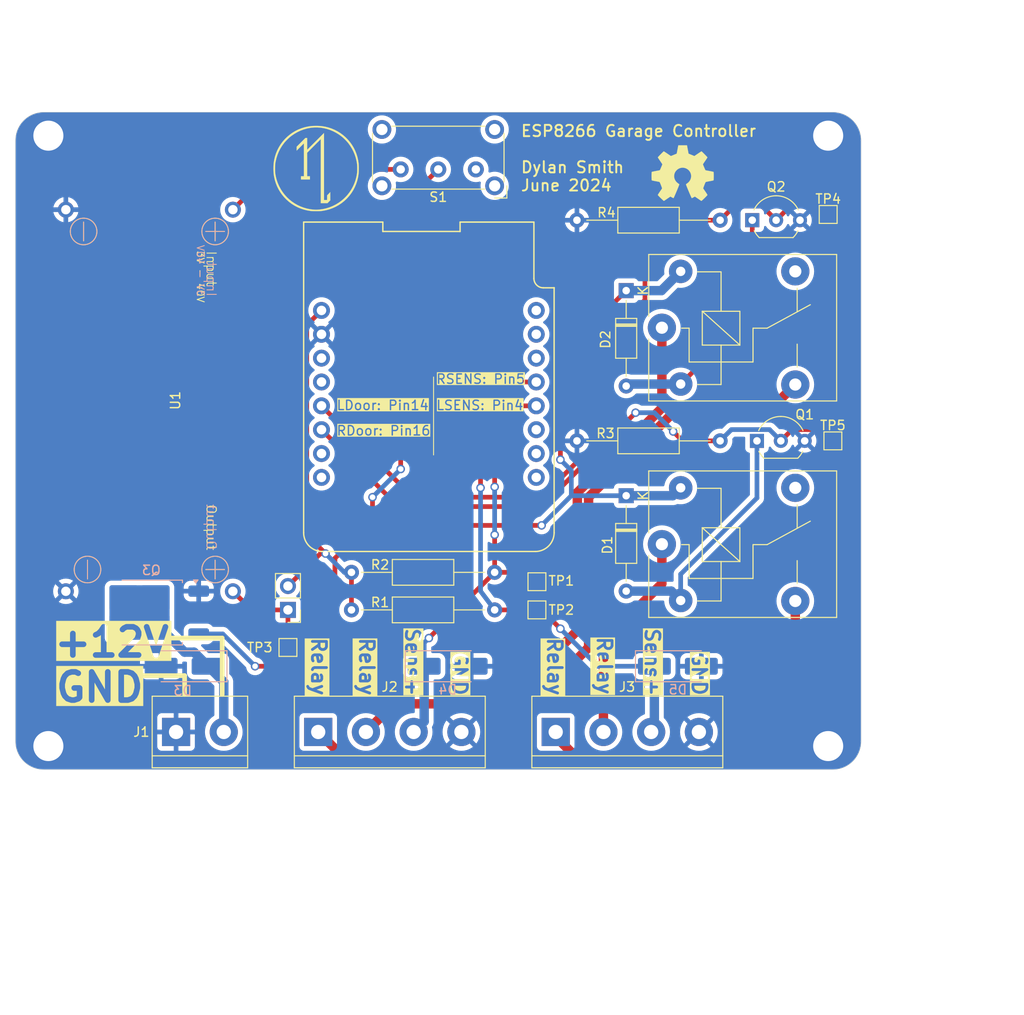
<source format=kicad_pcb>
(kicad_pcb (version 20221018) (generator pcbnew)
  (layers (0 "F.Cu" signal) (31 "B.Cu" signal) (34 "B.Paste" user) (35 "F.Paste" user) (36 "B.SilkS" user "B.Silkscreen") (37 "F.SilkS" user "F.Silkscreen") (38 "B.Mask" user) (39 "F.Mask" user) (44 "Edge.Cuts" user))
  (net 0 "")
  (net 1 "+12V")
  (net 2 "Net-(D1-A)")
  (net 3 "Net-(D2-A)")
  (net 4 "Earth")
  (net 5 "LEFT_SENSOR")
  (net 6 "RIGHT_SENSOR")
  (net 7 "LBUT_NO")
  (net 8 "LBUT_COM")
  (net 9 "RBUT_NO")
  (net 10 "RBUT_COM")
  (net 11 "Net-(JP1-A)")
  (net 12 "+5V")
  (net 13 "Net-(Q1-G)")
  (net 14 "Net-(Q2-G)")
  (net 16 "Net-(S1-A)")
  (net 19 "Net-(D3-A1)")
  (footprint "TestPoint:TestPoint_Pad_1.5x1.5mm" (layer "F.Cu") (at 80.5 75)
    (fp_text reference "TP1" (at 2.6 -0.1) (layer "F.SilkS"))
    (fp_text value "TestPoint")
    (pad "1" smd rect (at 0 0) (size 1.5 1.5) (layers "F.Cu" "F.Mask") (net 5 "LEFT_SENSOR"))
  )
  (footprint "MountingHole:MountingHole_3.2mm_M3" (layer "F.Cu") (at 111.5 92.5)
    (fp_text reference "H2" hide)
    (fp_text value "MountingHole")
    (pad "" np_thru_hole circle locked (at 0 0) (size 3.2 3.2) (drill 3.2) (layers "*.Cu" "*.Mask"))
  )
  (footprint "TestPoint:TestPoint_Pad_1.5x1.5mm" (layer "F.Cu") (at 54 82)
    (fp_text reference "TP3" (at -3 0) (layer "F.SilkS"))
    (fp_text value "TestPoint")
    (pad "1" smd rect (at 0 0) (size 1.5 1.5) (layers "F.Cu" "F.Mask") (net 11 "Net-(JP1-A)"))
  )
  (footprint "Package_TO_SOT_THT:TO-92_Inline_Wide" (layer "F.Cu") (at 103.92 60)
    (fp_text reference "Q1" (at 5.08 -2.8) (layer "F.SilkS"))
    (fp_text value "BS170-D26Z")
    (pad "1" thru_hole rect (at 0 0) (size 1.5 1.5) (drill 0.8) (layers "*.Cu" "*.Mask") (net 2 "Net-(D1-A)"))
    (pad "2" thru_hole circle (at 2.54 0) (size 1.5 1.5) (drill 0.8) (layers "*.Cu" "*.Mask") (net 13 "Net-(Q1-G)"))
    (pad "3" thru_hole circle (at 5.08 0) (size 1.5 1.5) (drill 0.8) (layers "*.Cu" "*.Mask") (net 4 "Earth"))
  )
  (footprint "Diode_THT:D_DO-35_SOD27_P10.16mm_Horizontal" (layer "F.Cu") (at 90 65.84 -90)
    (fp_text reference "D1" (at 5.26 2 90) (layer "F.SilkS"))
    (fp_text value "1N4148TR")
    (fp_text user "K" (at 0 -1.8 -90) (layer "F.SilkS"))
    (pad "1" thru_hole rect (at 0 0 270) (size 1.6 1.6) (drill 0.8) (layers "*.Cu" "*.Mask") (net 1 "+12V"))
    (pad "2" thru_hole oval (at 10.16 0 270) (size 1.6 1.6) (drill 0.8) (layers "*.Cu" "*.Mask") (net 2 "Net-(D1-A)"))
  )
  (footprint "TestPoint:TestPoint_Pad_1.5x1.5mm" (layer "F.Cu") (at 112 60)
    (fp_text reference "TP5" (at 0 -1.648) (layer "F.SilkS"))
    (fp_text value "TestPoint")
    (pad "1" smd rect (at 0 0) (size 1.5 1.5) (layers "F.Cu" "F.Mask") (net 13 "Net-(Q1-G)"))
  )
  (footprint "Resistor_THT:R_Axial_DIN0207_L6.3mm_D2.5mm_P15.24mm_Horizontal" (layer "F.Cu") (at 60.76 74)
    (fp_text reference "R2" (at 3.04 -0.8) (layer "F.SilkS"))
    (fp_text value "100k")
    (pad "1" thru_hole circle (at 0 0) (size 1.6 1.6) (drill 0.8) (layers "*.Cu" "*.Mask") (net 12 "+5V"))
    (pad "2" thru_hole oval (at 15.24 0) (size 1.6 1.6) (drill 0.8) (layers "*.Cu" "*.Mask") (net 5 "LEFT_SENSOR"))
  )
  (footprint "Resistor_THT:R_Axial_DIN0207_L6.3mm_D2.5mm_P15.24mm_Horizontal" (layer "F.Cu") (at 100 60 180)
    (fp_text reference "R3" (at 12.2 0.8) (layer "F.SilkS"))
    (fp_text value "100k")
    (pad "1" thru_hole circle (at 0 0 180) (size 1.6 1.6) (drill 0.8) (layers "*.Cu" "*.Mask") (net 13 "Net-(Q1-G)"))
    (pad "2" thru_hole oval (at 15.24 0 180) (size 1.6 1.6) (drill 0.8) (layers "*.Cu" "*.Mask") (net 4 "Earth"))
  )
  (footprint "MountingHole:MountingHole_3.2mm_M3" (layer "F.Cu") (at 28.5 27.5)
    (fp_text reference "H3" hide)
    (fp_text value "MountingHole")
    (pad "" np_thru_hole circle locked (at 0 0) (size 3.2 3.2) (drill 3.2) (layers "*.Cu" "*.Mask"))
  )
  (footprint "TestPoint:TestPoint_Pad_1.5x1.5mm" (layer "F.Cu") (at 80.5 78)
    (fp_text reference "TP2" (at 2.6 0) (layer "F.SilkS"))
    (fp_text value "TestPoint")
    (pad "1" smd rect (at 0 0) (size 1.5 1.5) (layers "F.Cu" "F.Mask") (net 6 "RIGHT_SENSOR"))
  )
  (footprint "TerminalBlock:TerminalBlock_bornier-2_P5.08mm" (layer "F.Cu") (at 42.09 91)
    (fp_text reference "J1" (at -3.69 0) (layer "F.SilkS"))
    (fp_text value "1935161.0")
    (pad "1" thru_hole rect locked (at 0 0) (size 3 3) (drill 1.52) (layers "*.Cu" "*.Mask") (net 4 "Earth"))
    (pad "2" thru_hole circle locked (at 5.08 0) (size 3 3) (drill 1.52) (layers "*.Cu" "*.Mask") (net 19 "Net-(D3-A1)"))
  )
  (footprint "000-Footprints:Relay_SPDT_Songle" (layer "F.Cu") (at 101.9 47.95)
    (fp_text reference "K2" hide)
    (fp_text value "SRD-12VDC-SL-C")
    (pad "1" thru_hole circle (at -8.1 0 90) (size 3 3) (drill 1.3) (layers "*.Cu" "*.Mask") (net 8 "LBUT_COM"))
    (pad "2" thru_hole circle (at -6.1 6 90) (size 2.5 2.5) (drill 1) (layers "*.Cu" "*.Mask") (net 3 "Net-(D2-A)"))
    (pad "3" thru_hole circle (at 6.1 6.05 90) (size 3 3) (drill 1.3) (layers "*.Cu" "*.Mask") (net 7 "LBUT_NO"))
    (pad "4" thru_hole circle (at 6.1 -6 90) (size 3 3) (drill 1.3) (layers "*.Cu" "*.Mask"))
    (pad "5" thru_hole circle (at -6.1 -6 90) (size 2.5 2.5) (drill 1) (layers "*.Cu" "*.Mask") (net 1 "+12V"))
  )
  (footprint "TerminalBlock:TerminalBlock_bornier-4_P5.08mm" (layer "F.Cu") (at 57.22 91)
    (fp_text reference "J2" (at 7.6 -4.8) (layer "F.SilkS"))
    (fp_text value "EB21A-04-C")
    (pad "1" thru_hole rect locked (at 0 0) (size 3 3) (drill 1.52) (layers "*.Cu" "*.Mask") (net 7 "LBUT_NO"))
    (pad "2" thru_hole circle locked (at 5.08 0) (size 3 3) (drill 1.52) (layers "*.Cu" "*.Mask") (net 8 "LBUT_COM"))
    (pad "3" thru_hole circle locked (at 10.16 0) (size 3 3) (drill 1.52) (layers "*.Cu" "*.Mask") (net 5 "LEFT_SENSOR"))
    (pad "4" thru_hole circle locked (at 15.24 0) (size 3 3) (drill 1.52) (layers "*.Cu" "*.Mask") (net 4 "Earth"))
  )
  (footprint "TestPoint:TestPoint_Pad_1.5x1.5mm" (layer "F.Cu") (at 111.5 35.89)
    (fp_text reference "TP4" (at 0 -1.648) (layer "F.SilkS"))
    (fp_text value "TestPoint")
    (pad "1" smd rect (at 0 0) (size 1.5 1.5) (layers "F.Cu" "F.Mask") (net 14 "Net-(Q2-G)"))
  )
  (footprint "Diode_THT:D_DO-35_SOD27_P10.16mm_Horizontal" (layer "F.Cu") (at 90 44 -90)
    (fp_text reference "D2" (at 5.2 2.2 90) (layer "F.SilkS"))
    (fp_text value "1N4148TR")
    (fp_text user "K" (at 0 -1.8 -90) (layer "F.SilkS"))
    (pad "1" thru_hole rect (at 0 0 270) (size 1.6 1.6) (drill 0.8) (layers "*.Cu" "*.Mask") (net 1 "+12V"))
    (pad "2" thru_hole oval (at 10.16 0 270) (size 1.6 1.6) (drill 0.8) (layers "*.Cu" "*.Mask") (net 3 "Net-(D2-A)"))
  )
  (footprint "Symbol:OSHW-Symbol_6.7x6mm_SilkScreen" (layer "F.Cu") (at 96 31.5)
    (fp_text reference "REF**" hide)
    (fp_text value "OSHW-Symbol_6.7x6mm_SilkScreen" hide)
  )
  (footprint "000-Footprints:Relay_SPDT_Songle" (layer "F.Cu") (at 101.9 71)
    (fp_text reference "K1" hide)
    (fp_text value "SRD-12VDC-SL-C")
    (pad "1" thru_hole circle (at -8.1 0 90) (size 3 3) (drill 1.3) (layers "*.Cu" "*.Mask") (net 10 "RBUT_COM"))
    (pad "2" thru_hole circle (at -6.1 6 90) (size 2.5 2.5) (drill 1) (layers "*.Cu" "*.Mask") (net 2 "Net-(D1-A)"))
    (pad "3" thru_hole circle (at 6.1 6.05 90) (size 3 3) (drill 1.3) (layers "*.Cu" "*.Mask") (net 9 "RBUT_NO"))
    (pad "4" thru_hole circle (at 6.1 -6 90) (size 3 3) (drill 1.3) (layers "*.Cu" "*.Mask"))
    (pad "5" thru_hole circle (at -6.1 -6 90) (size 2.5 2.5) (drill 1) (layers "*.Cu" "*.Mask") (net 1 "+12V"))
  )
  (footprint "Resistor_THT:R_Axial_DIN0207_L6.3mm_D2.5mm_P15.24mm_Horizontal" (layer "F.Cu") (at 60.76 78)
    (fp_text reference "R1" (at 3.04 -0.8) (layer "F.SilkS"))
    (fp_text value "100k")
    (pad "1" thru_hole circle (at 0 0) (size 1.6 1.6) (drill 0.8) (layers "*.Cu" "*.Mask") (net 12 "+5V"))
    (pad "2" thru_hole oval (at 15.24 0) (size 1.6 1.6) (drill 0.8) (layers "*.Cu" "*.Mask") (net 6 "RIGHT_SENSOR"))
  )
  (footprint "Graphics:Nlogo_10mm_x_10mm" (layer "F.Cu") (at 57 31)
    (fp_text reference "G***" hide)
    (fp_text value "LOGO" hide)
  )
  (footprint "TerminalBlock:TerminalBlock_bornier-4_P5.08mm" (layer "F.Cu") (at 82.5 91)
    (fp_text reference "J3" (at 7.6 -4.8) (layer "F.SilkS"))
    (fp_text value "EB21A-04-C")
    (pad "1" thru_hole rect locked (at 0 0) (size 3 3) (drill 1.52) (layers "*.Cu" "*.Mask") (net 9 "RBUT_NO"))
    (pad "2" thru_hole circle locked (at 5.08 0) (size 3 3) (drill 1.52) (layers "*.Cu" "*.Mask") (net 10 "RBUT_COM"))
    (pad "3" thru_hole circle locked (at 10.16 0) (size 3 3) (drill 1.52) (layers "*.Cu" "*.Mask") (net 6 "RIGHT_SENSOR"))
    (pad "4" thru_hole circle locked (at 15.24 0) (size 3 3) (drill 1.52) (layers "*.Cu" "*.Mask") (net 4 "Earth"))
  )
  (footprint "000-Footprints:LM2596Module" (layer "F.Cu") (at 39.25 55.7 -90)
    (fp_text reference "U1" (at 0 -2.77 90) (layer "F.SilkS"))
    (fp_text value "LM2596")
    (fp_text user "3V - 40V" (at -11 -5 -90 unlocked) (layer "B.SilkS") (effects (font (size 0.75 0.75) (thickness 0.1)) (justify left bottom mirror)))
    (fp_text user "Input" (at -11 -6 -90 unlocked) (layer "B.SilkS") (effects (font (thickness 0.1)) (justify left bottom mirror)))
    (fp_text user "Output" (at 16 -6 -90 unlocked) (layer "B.SilkS") (effects (font (thickness 0.1)) (justify left bottom mirror)))
    (fp_text user "3V - 40V" (at -16 -5 -90 unlocked) (layer "F.SilkS") (effects (font (size 0.75 0.75) (thickness 0.1)) (justify left bottom)))
    (fp_text user "Output" (at 11 -6 -90 unlocked) (layer "F.SilkS") (effects (font (thickness 0.1)) (justify left bottom)))
    (fp_text user "Input" (at -16 -6 -90 unlocked) (layer "F.SilkS") (effects (font (thickness 0.1)) (justify left bottom)))
    (pad "1" thru_hole oval (at -20.32 -8.89 270) (size 1.7 1.7) (drill 1) (layers "*.Cu" "*.Mask") (net 16 "Net-(S1-A)"))
    (pad "2" thru_hole oval (at -20.32 8.89 270) (size 1.7 1.7) (drill 1) (layers "*.Cu" "*.Mask") (net 4 "Earth"))
    (pad "3" thru_hole circle (at 20.32 8.89 270) (size 1.7 1.7) (drill 1) (layers "*.Cu" "*.Mask") (net 4 "Earth"))
    (pad "4" thru_hole circle (at 20.32 -8.89 270) (size 1.7 1.7) (drill 1) (layers "*.Cu" "*.Mask") (net 11 "Net-(JP1-A)"))
  )
  (footprint "000-Footprints:wemos-d1-mini-with-pin-header-and-connector" (layer "F.Cu") (at 69 55 -90)
    (fp_text reference "U2" hide)
    (fp_text value "WeMos_D1_mini")
    (pad "1" thru_hole circle (at 8.89 -11.43 270) (size 1.8 1.8) (drill 1.016) (layers "*.Cu" "*.Mask"))
    (pad "2" thru_hole circle (at 6.35 -11.43 270) (size 1.8 1.8) (drill 1.016) (layers "*.Cu" "*.Mask"))
    (pad "3" thru_hole circle (at 3.81 -11.43 270) (size 1.8 1.8) (drill 1.016) (layers "*.Cu" "*.Mask"))
    (pad "4" thru_hole circle (at 1.27 -11.43 270) (size 1.8 1.8) (drill 1.016) (layers "*.Cu" "*.Mask") (net 5 "LEFT_SENSOR"))
    (pad "5" thru_hole circle (at -1.27 -11.43 270) (size 1.8 1.8) (drill 1.016) (layers "*.Cu" "*.Mask") (net 6 "RIGHT_SENSOR"))
    (pad "6" thru_hole circle (at -3.81 -11.43) (size 1.8 1.8) (drill 1.016) (layers "*.Cu" "*.Mask"))
    (pad "7" thru_hole circle (at -6.35 -11.43 270) (size 1.8 1.8) (drill 1.016) (layers "*.Cu" "*.Mask"))
    (pad "8" thru_hole circle (at -8.89 -11.43 270) (size 1.8 1.8) (drill 1.016) (layers "*.Cu" "*.Mask"))
    (pad "9" thru_hole circle (at -8.89 11.43 270) (size 1.8 1.8) (drill 1.016) (layers "*.Cu" "*.Mask") (net 12 "+5V"))
    (pad "10" thru_hole circle (at -6.35 11.43 270) (size 1.8 1.8) (drill 1.016) (layers "*.Cu" "*.Mask") (net 4 "Earth"))
    (pad "11" thru_hole circle (at -3.81 11.43 270) (size 1.8 1.8) (drill 1.016) (layers "*.Cu" "*.Mask"))
    (pad "12" thru_hole circle (at -1.27 11.43 270) (size 1.8 1.8) (drill 1.016) (layers "*.Cu" "*.Mask"))
    (pad "13" thru_hole circle (at 1.27 11.43 270) (size 1.8 1.8) (drill 1.016) (layers "*.Cu" "*.Mask") (net 14 "Net-(Q2-G)"))
    (pad "14" thru_hole circle (at 3.81 11.43 270) (size 1.8 1.8) (drill 1.016) (layers "*.Cu" "*.Mask") (net 13 "Net-(Q1-G)"))
    (pad "15" thru_hole circle (at 6.35 11.43 270) (size 1.8 1.8) (drill 1.016) (layers "*.Cu" "*.Mask"))
    (pad "16" thru_hole circle (at 8.89 11.43 270) (size 1.8 1.8) (drill 1.016) (layers "*.Cu" "*.Mask"))
  )
  (footprint "MountingHole:MountingHole_3.2mm_M3" (layer "F.Cu") (at 28.5 92.5)
    (fp_text reference "H4" hide)
    (fp_text value "MountingHole")
    (pad "" np_thru_hole circle locked (at 0 0) (size 3.2 3.2) (drill 3.2) (layers "*.Cu" "*.Mask"))
  )
  (footprint "Package_TO_SOT_THT:TO-92_Inline_Wide" (layer "F.Cu") (at 103.42 36.5)
    (fp_text reference "Q2" (at 2.54 -3.56) (layer "F.SilkS"))
    (fp_text value "BS170-D26Z")
    (pad "1" thru_hole rect (at 0 0) (size 1.5 1.5) (drill 0.8) (layers "*.Cu" "*.Mask") (net 3 "Net-(D2-A)"))
    (pad "2" thru_hole circle (at 2.54 0) (size 1.5 1.5) (drill 0.8) (layers "*.Cu" "*.Mask") (net 14 "Net-(Q2-G)"))
    (pad "3" thru_hole circle (at 5.08 0) (size 1.5 1.5) (drill 0.8) (layers "*.Cu" "*.Mask") (net 4 "Earth"))
  )
  (footprint "MountingHole:MountingHole_3.2mm_M3" (layer "F.Cu") (at 111.5 27.5)
    (fp_text reference "H1" hide)
    (fp_text value "MountingHole")
    (pad "" np_thru_hole circle locked (at 0 0) (size 3.2 3.2) (drill 3.2) (layers "*.Cu" "*.Mask"))
  )
  (footprint "Connector_PinHeader_2.54mm:PinHeader_1x02_P2.54mm_Vertical" (layer "F.Cu") (at 54 78 180)
    (fp_text reference "JP1" hide)
    (fp_text value "Jumper_2_Bridged")
    (pad "1" thru_hole rect (at 0 0 180) (size 1.7 1.7) (drill 1) (layers "*.Cu" "*.Mask") (net 11 "Net-(JP1-A)"))
    (pad "2" thru_hole oval (at 0 2.54 180) (size 1.7 1.7) (drill 1) (layers "*.Cu" "*.Mask") (net 12 "+5V"))
  )
  (footprint "Resistor_THT:R_Axial_DIN0207_L6.3mm_D2.5mm_P15.24mm_Horizontal" (layer "F.Cu") (at 100 36.5 180)
    (fp_text reference "R4" (at 12.1 0.8) (layer "F.SilkS"))
    (fp_text value "100k")
    (pad "1" thru_hole circle (at 0 0 180) (size 1.6 1.6) (drill 0.8) (layers "*.Cu" "*.Mask") (net 14 "Net-(Q2-G)"))
    (pad "2" thru_hole oval (at 15.24 0 180) (size 1.6 1.6) (drill 0.8) (layers "*.Cu" "*.Mask") (net 4 "Earth"))
  )
  (footprint "000-Footprints:SW_E-Switch_EG1224_SPDT_Angled" (layer "F.Cu") (at 70 31.09 180)
    (fp_text reference "S1" (at 0 -2.95 180) (layer "F.SilkS"))
    (fp_text value "EG1224")
    (pad "" thru_hole circle locked (at -6 -1.75 180) (size 2 2) (drill 1.2) (layers "*.Cu" "*.Mask"))
    (pad "" thru_hole circle locked (at -6 4.25 180) (size 2 2) (drill 1.2) (layers "*.Cu" "*.Mask"))
    (pad "" thru_hole circle locked (at 6 -1.75 180) (size 2 2) (drill 1.2) (layers "*.Cu" "*.Mask"))
    (pad "" thru_hole circle locked (at 6 4.25 180) (size 2 2) (drill 1.2) (layers "*.Cu" "*.Mask"))
    (pad "1" thru_hole circle locked (at -4 0 180) (size 1.7 1.7) (drill 0.9) (layers "*.Cu" "*.Mask"))
    (pad "2" thru_hole circle locked (at 0 0 180) (size 1.7 1.7) (drill 0.9) (layers "*.Cu" "*.Mask") (net 1 "+12V"))
    (pad "3" thru_hole circle locked (at 4 0 180) (size 1.7 1.7) (drill 0.9) (layers "*.Cu" "*.Mask") (net 16 "Net-(S1-A)"))
  )
  (footprint "Diode_SMD:D_SMA_Handsoldering" (layer "B.Cu") (at 95.5 84)
    (fp_text reference "D5" (at 0 2.5) (layer "B.SilkS") (effects (justify mirror)))
    (fp_text value "SMA6J5.0A-TR")
    (pad "1" smd roundrect (at -2.5 0) (size 3.5 1.8) (layers "B.Cu" "B.Paste" "B.Mask") (roundrect_rratio 0.1388888889) (net 6 "RIGHT_SENSOR"))
    (pad "2" smd roundrect (at 2.5 0) (size 3.5 1.8) (layers "B.Cu" "B.Paste" "B.Mask") (roundrect_rratio 0.1388888889) (net 4 "Earth"))
  )
  (footprint "Diode_SMD:D_SMA_Handsoldering" (layer "B.Cu") (at 71 84)
    (fp_text reference "D4" (at 0 2.5) (layer "B.SilkS") (effects (justify mirror)))
    (fp_text value "SMA6J5.0A-TR")
    (pad "1" smd roundrect (at -2.5 0) (size 3.5 1.8) (layers "B.Cu" "B.Paste" "B.Mask") (roundrect_rratio 0.1388888889) (net 5 "LEFT_SENSOR"))
    (pad "2" smd roundrect (at 2.5 0) (size 3.5 1.8) (layers "B.Cu" "B.Paste" "B.Mask") (roundrect_rratio 0.1388888889) (net 4 "Earth"))
  )
  (footprint "Package_TO_SOT_SMD:TO-252-2" (layer "B.Cu") (at 39.46 78.28 180)
    (fp_text reference "Q3" (at 0 4.5) (layer "B.SilkS") (effects (justify mirror)))
    (fp_text value "IRFR9024NTRLPBF")
    (pad "1" smd roundrect (at -5.04 2.28 180) (size 2.2 1.2) (layers "B.Cu" "B.Paste" "B.Mask") (roundrect_rratio 0.2083333333) (net 4 "Earth"))
    (pad "2" smd roundrect (at -0.415 -1.525 180) (size 3.05 2.75) (layers "B.Cu" "B.Paste") (roundrect_rratio 0.09090909091) (net 19 "Net-(D3-A1)"))
    (pad "2" smd roundrect (at -0.415 1.525 180) (size 3.05 2.75) (layers "B.Cu" "B.Paste") (roundrect_rratio 0.09090909091) (net 19 "Net-(D3-A1)"))
    (pad "2" smd roundrect (at 1.26 0 180) (size 6.4 5.8) (layers "B.Cu" "B.Mask") (roundrect_rratio 0.04310293103) (net 19 "Net-(D3-A1)"))
    (pad "2" smd roundrect (at 2.935 -1.525 180) (size 3.05 2.75) (layers "B.Cu" "B.Paste") (roundrect_rratio 0.09090909091) (net 19 "Net-(D3-A1)"))
    (pad "2" smd roundrect (at 2.935 1.525 180) (size 3.05 2.75) (layers "B.Cu" "B.Paste") (roundrect_rratio 0.09090909091) (net 19 "Net-(D3-A1)"))
    (pad "3" smd roundrect (at -5.04 -2.28 180) (size 2.2 1.2) (layers "B.Cu" "B.Paste" "B.Mask") (roundrect_rratio 0.2083333333) (net 1 "+12V"))
  )
  (footprint "Diode_SMD:D_SMA_Handsoldering" (layer "B.Cu") (at 43 84 180)
    (fp_text reference "D3" (at 0.2 -2.6) (layer "B.SilkS") (effects (justify mirror)))
    (fp_text value "SMAJ12A")
    (pad "1" smd roundrect (at -2.5 0 180) (size 3.5 1.8) (layers "B.Cu" "B.Paste" "B.Mask") (roundrect_rratio 0.1388888889) (net 19 "Net-(D3-A1)"))
    (pad "2" smd roundrect (at 2.5 0 180) (size 3.5 1.8) (layers "B.Cu" "B.Paste" "B.Mask") (roundrect_rratio 0.1388888889) (net 4 "Earth"))
  )
  (gr_line (start 69.5 53.2) (end 69.5 61.5) (stroke (width 0.1)) (layer "F.SilkS"))
  (gr_line (start 38.5 85) (end 43 85) (stroke (width 0.5)) (layer "F.SilkS"))
  (gr_line (start 47 87) (end 47 81) (stroke (width 0.5)) (layer "F.SilkS"))
  (gr_line (start 41.5 81) (end 47 81) (stroke (width 0.5)) (layer "F.SilkS"))
  (gr_line (start 43 87) (end 43 85) (stroke (width 0.5)) (layer "F.SilkS"))
  (gr_line locked (start 115 28) (end 115 92) (stroke (width 0.05)) (layer "Edge.Cuts"))
  (gr_arc locked (start 25 28) (mid 25.87868 25.87868) (end 28 25) (stroke (width 0.05)) (layer "Edge.Cuts"))
  (gr_line locked (start 25 92) (end 25 28) (stroke (width 0.05)) (layer "Edge.Cuts"))
  (gr_arc locked (start 115 92) (mid 114.12132 94.12132) (end 112 95) (stroke (width 0.05)) (layer "Edge.Cuts"))
  (gr_arc locked (start 28 95) (mid 25.87868 94.12132) (end 25 92) (stroke (width 0.05)) (layer "Edge.Cuts"))
  (gr_arc locked (start 112 25) (mid 114.12132 25.87868) (end 115 28) (stroke (width 0.05)) (layer "Edge.Cuts"))
  (gr_line locked (start 28 25) (end 112 25) (stroke (width 0.05)) (layer "Edge.Cuts"))
  (gr_rect (start 74 121.11) (end 74 121.11) (stroke (width 0.05)) (fill none) (layer "Edge.Cuts"))
  (gr_line locked (start 112 95) (end 28 95) (stroke (width 0.05)) (layer "Edge.Cuts"))
  (gr_text "RDoor: Pin16" (at 59.1 59.5) (layer "F.SilkS" knockout) (effects (font (size 1 1)) (justify left bottom)))
  (gr_text "+12V\n" (at 28.852829 83.199731) (layer "F.SilkS" knockout) (effects (font (size 3 3) (thickness 0.6) bold) (justify left bottom)))
  (gr_text "RSENS: Pin5" (at 69.7 54) (layer "F.SilkS" knockout) (effects (font (size 1 1)) (justify left bottom)))
  (gr_text "Sens+" (at 66.4 79.8 270) (layer "F.SilkS" knockout) (effects (font (size 1.5 1.5) (thickness 0.3) bold) (justify left bottom)))
  (gr_text "ESP8266 Garage Controller\n\nDylan Smith\nJune 2024" (at 78.7 33.5) (layer "F.SilkS") (effects (font (size 1.2 1.2) (thickness 0.2) bold) (justify left bottom)))
  (gr_text "Relay" (at 56.4 80.8 270) (layer "F.SilkS" knockout) (effects (font (size 1.5 1.5) (thickness 0.3) bold) (justify left bottom)))
  (gr_text "Relay" (at 86.8 80.7 270) (layer "F.SilkS" knockout) (effects (font (size 1.5 1.5) (thickness 0.3) bold) (justify left bottom)))
  (gr_text "GND" (at 71.4 82.3 270) (layer "F.SilkS" knockout) (effects (font (size 1.5 1.5) (thickness 0.3) bold) (justify left bottom)))
  (gr_text "GND" (at 96.9 82.3 270) (layer "F.SilkS" knockout) (effects (font (size 1.5 1.5) (thickness 0.3) bold) (justify left bottom)))
  (gr_text "GND" (at 29 88) (layer "F.SilkS" knockout) (effects (font (size 3 3) (thickness 0.6) bold) (justify left bottom)))
  (gr_text "LDoor: Pin14" (at 59.1 56.8) (layer "F.SilkS" knockout) (effects (font (size 1 1)) (justify left bottom)))
  (gr_text "Relay" (at 81.5 80.8 270) (layer "F.SilkS" knockout) (effects (font (size 1.5 1.5) (thickness 0.3) bold) (justify left bottom)))
  (gr_text "LSENS: Pin4" (at 69.7 56.8) (layer "F.SilkS" knockout) (effects (font (size 1 1)) (justify left bottom)))
  (gr_text "Relay" (at 61.5 80.8 270) (layer "F.SilkS" knockout) (effects (font (size 1.5 1.5) (thickness 0.3) bold) (justify left bottom)))
  (gr_text "Sens+" (at 91.9 79.8 270) (layer "F.SilkS" knockout) (effects (font (size 1.5 1.5) (thickness 0.3) bold) (justify left bottom)))
  (segment (start 50.5 84) (end 56 84) (width 0.5) (layer "F.Cu") (net 1))
  (segment (start 62.5 69) (end 59 72.5) (width 0.5) (layer "F.Cu") (net 1))
  (segment (start 66 63) (end 66 35.09) (width 0.5) (layer "F.Cu") (net 1))
  (segment (start 83 62) (end 83 51) (width 0.5) (layer "F.Cu") (net 1))
  (segment (start 59 81) (end 56 84) (width 0.5) (layer "F.Cu") (net 1))
  (segment (start 59 72.5) (end 59 81) (width 0.5) (layer "F.Cu") (net 1))
  (segment (start 66 35.09) (end 70 31.09) (width 0.5) (layer "F.Cu") (net 1))
  (segment (start 81 69) (end 62.5 69) (width 0.5) (layer "F.Cu") (net 1))
  (segment (start 63 68.5) (end 63 66) (width 0.5) (layer "F.Cu") (net 1))
  (segment (start 83 51) (end 90 44) (width 0.5) (layer "F.Cu") (net 1))
  (segment (start 62.5 69) (end 63 68.5) (width 0.5) (layer "F.Cu") (net 1))
  (via (at 50.5 84) (size 0.9) (drill 0.6) (layers "F.Cu" "B.Cu") (net 1))
  (via (at 63 66) (size 0.9) (drill 0.6) (layers "F.Cu" "B.Cu") (net 1))
  (via (at 83 62) (size 0.9) (drill 0.6) (layers "F.Cu" "B.Cu") (net 1))
  (via (at 81 69) (size 0.9) (drill 0.6) (layers "F.Cu" "B.Cu") (net 1))
  (via (at 66 63) (size 0.9) (drill 0.6) (layers "F.Cu" "B.Cu") (net 1))
  (segment (start 81 69) (end 84.16 65.84) (width 0.5) (layer "B.Cu") (net 1))
  (segment (start 84.16 63.16) (end 83 62) (width 0.5) (layer "B.Cu") (net 1))
  (segment (start 93.75 44) (end 95.8 41.95) (width 1) (layer "B.Cu") (net 1))
  (segment (start 84.16 65.84) (end 90 65.84) (width 0.5) (layer "B.Cu") (net 1))
  (segment (start 63 66) (end 66 63) (width 0.5) (layer "B.Cu") (net 1))
  (segment (start 44.5 80.56) (end 47.06 80.56) (width 0.5) (layer "B.Cu") (net 1))
  (segment (start 90 44) (end 93.75 44) (width 1) (layer "B.Cu") (net 1))
  (segment (start 90 65.84) (end 94.96 65.84) (width 1) (layer "B.Cu") (net 1))
  (segment (start 94.96 65.84) (end 95.8 65) (width 1) (layer "B.Cu") (net 1))
  (segment (start 47.06 80.56) (end 50.5 84) (width 0.5) (layer "B.Cu") (net 1))
  (segment (start 84.16 65.84) (end 84.16 63.16) (width 0.5) (layer "B.Cu") (net 1))
  (segment (start 103.92 66.08) (end 103.92 60) (width 0.5) (layer "B.Cu") (net 2))
  (segment (start 95.8 74.2) (end 103.92 66.08) (width 0.5) (layer "B.Cu") (net 2))
  (segment (start 90 76) (end 94.8 76) (width 1) (layer "B.Cu") (net 2))
  (segment (start 94.8 76) (end 95.8 77) (width 1) (layer "B.Cu") (net 2))
  (segment (start 95.8 77) (end 95.8 74.2) (width 0.5) (layer "B.Cu") (net 2))
  (segment (start 103.42 36.5) (end 103.42 46.33) (width 0.5) (layer "F.Cu") (net 3))
  (segment (start 103.42 46.33) (end 95.8 53.95) (width 0.5) (layer "F.Cu") (net 3))
  (segment (start 95.8 53.95) (end 90.21 53.95) (width 1) (layer "B.Cu") (net 3))
  (segment (start 90.21 53.95) (end 90 54.16) (width 1) (layer "B.Cu") (net 3))
  (segment (start 76 74) (end 79.5 74) (width 0.5) (layer "F.Cu") (net 5))
  (segment (start 76 74) (end 76 70) (width 0.5) (layer "F.Cu") (net 5))
  (segment (start 69 81) (end 76 74) (width 0.5) (layer "F.Cu") (net 5))
  (segment (start 76 64.9) (end 76 58) (width 0.5) (layer "F.Cu") (net 5))
  (segment (start 77.73 56.27) (end 80.43 56.27) (width 0.5) (layer "F.Cu") (net 5))
  (segment (start 79.5 74) (end 80.5 75) (width 0.5) (layer "F.Cu") (net 5))
  (segment (start 76 58) (end 77.73 56.27) (width 0.5) (layer "F.Cu") (net 5))
  (via (at 69 81) (size 0.9) (drill 0.6) (layers "F.Cu" "B.Cu") (net 5))
  (via (at 76 64.9) (size 0.9) (drill 0.6) (layers "F.Cu" "B.Cu") (net 5))
  (via (at 76 70) (size 0.9) (drill 0.6) (layers "F.Cu" "B.Cu") (net 5))
  (segment (start 68.5 89.88) (end 67.38 91) (width 1) (layer "B.Cu") (net 5))
  (segment (start 68.5 81.5) (end 69 81) (width 0.5) (layer "B.Cu") (net 5))
  (segment (start 68.5 84) (end 68.5 81.5) (width 0.5) (layer "B.Cu") (net 5))
  (segment (start 76 70) (end 76 64.9) (width 0.5) (layer "B.Cu") (net 5))
  (segment (start 68.5 84) (end 68.5 89.88) (width 1) (layer "B.Cu") (net 5))
  (segment (start 74.5 58) (end 79 53.73) (width 0.5) (layer "F.Cu") (net 6))
  (segment (start 81 78) (end 76 78) (width 0.5) (layer "F.Cu") (net 6))
  (segment (start 74.5 65) (end 74.5 58) (width 0.5) (layer "F.Cu") (net 6))
  (segment (start 79 53.73) (end 80.43 53.73) (width 0.5) (layer "F.Cu") (net 6))
  (segment (start 83 80) (end 81 78) (width 0.5) (layer "F.Cu") (net 6))
  (via (at 74.5 65) (size 0.9) (drill 0.6) (layers "F.Cu" "B.Cu") (net 6))
  (via (at 83 80) (size 0.9) (drill 0.6) (layers "F.Cu" "B.Cu") (net 6))
  (segment (start 87 84) (end 93 84) (width 0.5) (layer "B.Cu") (net 6))
  (segment (start 74.5 65) (end 74.5 76) (width 0.5) (layer "B.Cu") (net 6))
  (segment (start 93 90.66) (end 92.66 91) (width 1) (layer "B.Cu") (net 6))
  (segment (start 83 80) (end 87 84) (width 0.5) (layer "B.Cu") (net 6))
  (segment (start 74.5 76) (end 76 78) (width 0.5) (layer "B.Cu") (net 6))
  (segment (start 93 84) (end 93 90.66) (width 1) (layer "B.Cu") (net 6))
  (segment (start 86 82) (end 86 66) (width 1) (layer "F.Cu") (net 7))
  (segment (start 74 94) (end 86 82) (width 1) (layer "F.Cu") (net 7))
  (segment (start 86 66) (end 95 57) (width 1) (layer "F.Cu") (net 7))
  (segment (start 57.22 91) (end 60.22 94) (width 1) (layer "F.Cu") (net 7))
  (segment (start 60.22 94) (end 74 94) (width 1) (layer "F.Cu") (net 7))
  (segment (start 95 57) (end 105 57) (width 1) (layer "F.Cu") (net 7))
  (segment (start 105 57) (end 108 54) (width 1) (layer "F.Cu") (net 7))
  (segment (start 84.8 65.502944) (end 93.8 56.502944) (width 1) (layer "F.Cu") (net 8))
  (segment (start 65.3 88) (end 77 88) (width 1) (layer "F.Cu") (net 8))
  (segment (start 84.8 80.2) (end 84.8 65.502944) (width 1) (layer "F.Cu") (net 8))
  (segment (start 77 88) (end 84.8 80.2) (width 1) (layer "F.Cu") (net 8))
  (segment (start 93.8 56.502944) (end 93.8 47.95) (width 1) (layer "F.Cu") (net 8))
  (segment (start 62.3 91) (end 65.3 88) (width 1) (layer "F.Cu") (net 8))
  (segment (start 82.5 91) (end 82.5 91.5) (width 1) (layer "F.Cu") (net 9))
  (segment (start 100 94) (end 108 86) (width 1) (layer "F.Cu") (net 9))
  (segment (start 108 86) (end 108 77.05) (width 1) (layer "F.Cu") (net 9))
  (segment (start 85 94) (end 100 94) (width 1) (layer "F.Cu") (net 9))
  (segment (start 82.5 91.5) (end 85 94) (width 1) (layer "F.Cu") (net 9))
  (segment (start 87.58 81.42) (end 87.58 91) (width 1) (layer "F.Cu") (net 10))
  (segment (start 93.8 71) (end 93.8 75.2) (width 1) (layer "F.Cu") (net 10))
  (segment (start 93.8 75.2) (end 87.58 81.42) (width 1) (layer "F.Cu") (net 10))
  (segment (start 54 78) (end 54 82) (width 0.5) (layer "F.Cu") (net 11))
  (segment (start 54 78) (end 50.12 78) (width 0.5) (layer "F.Cu") (net 11))
  (segment (start 50.12 78) (end 48.14 76.02) (width 0.5) (layer "F.Cu") (net 11))
  (segment (start 60.76 78) (end 60.76 74) (width 0.5) (layer "F.Cu") (net 12))
  (segment (start 56 47.68) (end 57.57 46.11) (width 0.5) (layer "F.Cu") (net 12))
  (segment (start 57.46 72) (end 58 72) (width 0.5) (layer "F.Cu") (net 12))
  (segment (start 54 75.46) (end 57.46 72) (width 0.5) (layer "F.Cu") (net 12))
  (segment (start 58 72) (end 56 70) (width 0.5) (layer "F.Cu") (net 12))
  (segment (start 56 70) (end 56 47.68) (width 0.5) (layer "F.Cu") (net 12))
  (via (at 58 72) (size 0.9) (drill 0.6) (layers "F.Cu" "B.Cu") (net 12))
  (segment (start 60 74) (end 58 72) (width 0.5) (layer "B.Cu") (net 12))
  (segment (start 60.76 74) (end 60 74) (width 0.5) (layer "B.Cu") (net 12))
  (segment (start 96 60) (end 100 60) (width 0.5) (layer "F.Cu") (net 13))
  (segment (start 57.57 58.81) (end 65.76 67) (width 0.5) (layer "F.Cu") (net 13))
  (segment (start 107.66 58.8) (end 110.8 58.8) (width 0.5) (layer "F.Cu") (net 13))
  (segment (start 110.8 58.8) (end 112 60) (width 0.5) (layer "F.Cu") (net 13))
  (segment (start 81 67) (end 91 57) (width 0.5) (layer "F.Cu") (net 13))
  (segment (start 79 67) (end 81 67) (width 0.5) (layer "F.Cu") (net 13))
  (segment (start 106.46 60) (end 107.66 58.8) (width 0.5) (layer "F.Cu") (net 13))
  (segment (start 65.76 67) (end 79 67) (width 0.5) (layer "F.Cu") (net 13))
  (segment (start 95 59) (end 96 60) (width 0.5) (layer "F.Cu") (net 13))
  (via (at 91 57) (size 0.9) (drill 0.6) (layers "F.Cu" "B.Cu") (net 13))
  (via (at 95 59) (size 0.9) (drill 0.6) (layers "F.Cu" "B.Cu") (net 13))
  (segment (start 105.26 58.8) (end 101.2 58.8) (width 0.5) (layer "B.Cu") (net 13))
  (segment (start 101.2 58.8) (end 100 60) (width 0.5) (layer "B.Cu") (net 13))
  (segment (start 91 57) (end 93 57) (width 0.5) (layer "B.Cu") (net 13))
  (segment (start 106.46 60) (end 105.26 58.8) (width 0.5) (layer "B.Cu") (net 13))
  (segment (start 93 57) (end 95 59) (width 0.5) (layer "B.Cu") (net 13))
  (segment (start 111.5 35.89) (end 111.5 35.5) (width 0.5) (layer "F.Cu") (net 14))
  (segment (start 111 35) (end 107.46 35) (width 0.5) (layer "F.Cu") (net 14))
  (segment (start 111.5 35.5) (end 111 35) (width 0.5) (layer "F.Cu") (net 14))
  (segment (start 87 60) (end 81 66) (width 0.5) (layer "F.Cu") (net 14))
  (segment (start 101.5 35) (end 100 36.5) (width 0.5) (layer "F.Cu") (net 14))
  (segment (start 81 66) (end 67.3 66) (width 0.5) (layer "F.Cu") (net 14))
  (segment (start 105.96 36.5) (end 104.46 35) (width 0.5) (layer "F.Cu") (net 14))
  (segment (start 96.5 36.5) (end 92 41) (width 0.5) (layer "F.Cu") (net 14))
  (segment (start 92 45) (end 87 50) (width 0.5) (layer "F.Cu") (net 14))
  (segment (start 107.46 35) (end 105.96 36.5) (width 0.5) (layer "F.Cu") (net 14))
  (segment (start 87 50) (end 87 60) (width 0.5) (layer "F.Cu") (net 14))
  (segment (start 100 36.5) (end 96.5 36.5) (width 0.5) (layer "F.Cu") (net 14))
  (segment (start 92 41) (end 92 45) (width 0.5) (layer "F.Cu") (net 14))
  (segment (start 67.3 66) (end 57.57 56.27) (width 0.5) (layer "F.Cu") (net 14))
  (segment (start 104.46 35) (end 101.5 35) (width 0.5) (layer "F.Cu") (net 14))
  (segment (start 66 31.09) (end 52.43 31.09) (width 0.5) (layer "F.Cu") (net 16))
  (segment (start 52.43 31.09) (end 48.14 35.38) (width 0.5) (layer "F.Cu") (net 16))
  (segment (start 43 82.5) (end 40.305 79.805) (width 1) (layer "B.Cu") (net 19))
  (segment (start 47.17 91) (end 47.17 85.67) (width 1) (layer "B.Cu") (net 19))
  (segment (start 47.17 85.67) (end 45.5 84) (width 1) (layer "B.Cu") (net 19))
  (segment (start 45.5 84) (end 44 82.5) (width 1) (layer "B.Cu") (net 19))
  (segment (start 44 82.5) (end 43 82.5) (width 1) (layer "B.Cu") (net 19))
  (segment (start 40.305 79.805) (end 39.875 79.805) (width 1) (layer "B.Cu") (net 19))
  (zone (net 4) (net_name "Earth") (layer "B.Cu") (connect_pads (clearance 0.5)) (min_thickness 0.25) (fill yes (thermal_gap 0.5) (thermal_bridge_width 0.5))
    (polygon (pts (xy 25 25) (xy 115 25) (xy 115 95) (xy 25 95)))
  )
)
</source>
